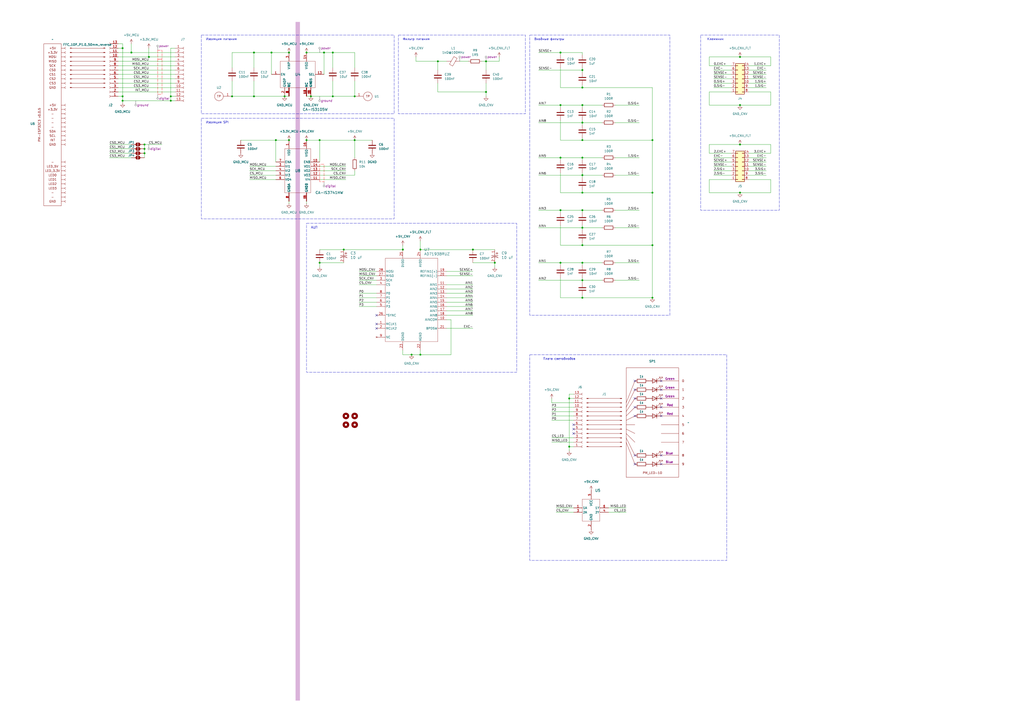
<source format=kicad_sch>
(kicad_sch (version 20250114) (generator "eeschema") (generator_version "9.0")
  (paper "A2")
  (title_block (title "${article} v${version}"))
  (rectangle (start 406.4 20.32) (end 452.12 121.92) (stroke (width 0) (type dash)))
  (rectangle (start 116.84 68.58) (end 228.6 127) (stroke (width 0) (type dash)))
  (rectangle (start 116.84 20.32) (end 228.6 66.04) (stroke (width 0) (type dash)))
  (rectangle (start 307.34 205.74) (end 421.64 325.12) (stroke (width 0) (type dash)))
  (rectangle (start 231.14 20.32) (end 304.8 66.04) (stroke (width 0) (type dash)))
  (rectangle (start 177.8 129.54) (end 299.72 215.9) (stroke (width 0) (type dash)))
  (rectangle (start 171.45 12.7) (end 173.99 406.4) (stroke (width -0.0001) (type dot) (color 72 0 0 0.68)) (fill (type color) (color 132 0 132 0.3)))
  (rectangle (start 307.34 20.32) (end 388.62 182.88) (stroke (width 0) (type dash)))
  (text "Входные фильтры" (at 309.88 22.86 0) (effects (font (size 1.27 1.27)) (justify left)))
  (text "АЦП" (at 180.34 132.08 0) (effects (font (size 1.27 1.27)) (justify left)))
  (text "Плата светодиодов" (at 314.96 208.28 0) (effects (font (size 1.27 1.27)) (justify left)))
  (text "Клеммник" (at 410.21 22.86 0) (effects (font (size 1.27 1.27)) (justify left)))
  (text "Изоляция SPI" (at 119.38 71.12 0) (effects (font (size 1.27 1.27)) (justify left)))
  (text "Фильтр питания" (at 233.68 22.86 0) (effects (font (size 1.27 1.27)) (justify left)))
  (text "Изоляция питания" (at 119.38 22.86 0) (effects (font (size 1.27 1.27)) (justify left)))
  (junction (at 325.12 121.92))
  (junction (at 238.76 205.74))
  (junction (at 185.42 152.4))
  (junction (at 337.82 142.24))
  (junction (at 167.64 30.48))
  (junction (at 337.82 101.6))
  (junction (at 337.82 121.92))
  (junction (at 99.06 55.88))
  (junction (at 187.96 30.48))
  (junction (at 134.62 55.88))
  (junction (at 76.2 30.48))
  (junction (at 71.12 58.42))
  (junction (at 86.36 33.02))
  (junction (at 337.82 111.76))
  (junction (at 177.8 81.28))
  (junction (at 185.42 81.28))
  (junction (at 325.12 60.96))
  (junction (at 205.74 81.28))
  (junction (at 99.06 58.42))
  (junction (at 337.82 162.56))
  (junction (at 330.2 259.08))
  (junction (at 165.1 55.88))
  (junction (at 337.82 91.44))
  (junction (at 177.8 30.48))
  (junction (at 287.02 152.4))
  (junction (at 193.04 55.88))
  (junction (at 254 35.56))
  (junction (at 330.2 231.14))
  (junction (at 147.32 55.88))
  (junction (at 83.82 86.36))
  (junction (at 199.39 144.78))
  (junction (at 378.46 81.28))
  (junction (at 378.46 111.76))
  (junction (at 71.12 27.94))
  (junction (at 429.26 111.76))
  (junction (at 337.82 71.12))
  (junction (at 281.94 53.34))
  (junction (at 325.12 152.4))
  (junction (at 274.32 144.78))
  (junction (at 180.34 55.88))
  (junction (at 233.68 144.78))
  (junction (at 378.46 172.72))
  (junction (at 429.26 83.82))
  (junction (at 167.64 81.28))
  (junction (at 337.82 132.08))
  (junction (at 160.02 81.28))
  (junction (at 325.12 30.48))
  (junction (at 71.12 55.88))
  (junction (at 193.04 30.48))
  (junction (at 147.32 30.48))
  (junction (at 83.82 83.82))
  (junction (at 429.26 33.02))
  (junction (at 337.82 81.28))
  (junction (at 337.82 50.8))
  (junction (at 205.74 55.88))
  (junction (at 378.46 142.24))
  (junction (at 337.82 152.4))
  (junction (at 243.84 205.74))
  (junction (at 337.82 60.96))
  (junction (at 157.48 30.48))
  (junction (at 281.94 35.56))
  (junction (at 337.82 40.64))
  (junction (at 429.26 60.96))
  (junction (at 325.12 91.44))
  (junction (at 83.82 88.9))
  (junction (at 243.84 144.78))
  (junction (at 337.82 172.72))
  (no_connect (at 383.54 269.24))
  (no_connect (at 332.74 251.46))
  (no_connect (at 368.3 231.14))
  (no_connect (at 218.44 187.96))
  (no_connect (at 383.54 220.98))
  (no_connect (at 383.54 241.3))
  (no_connect (at 368.3 236.22))
  (no_connect (at 383.54 231.14))
  (no_connect (at 383.54 226.06))
  (no_connect (at 368.3 269.24))
  (no_connect (at 332.74 246.38))
  (no_connect (at 368.3 220.98))
  (no_connect (at 218.44 182.88))
  (no_connect (at 383.54 236.22))
  (no_connect (at 332.74 248.92))
  (no_connect (at 218.44 190.5))
  (no_connect (at 383.54 264.16))
  (no_connect (at 368.3 264.16))
  (no_connect (at 368.3 241.3))
  (no_connect (at 368.3 226.06))
  (wire (pts (xy 233.68 205.74) (xy 233.68 203.2)))
  (wire (pts (xy 71.12 58.42) (xy 99.06 58.42)))
  (wire (pts (xy 434.34 96.52) (xy 444.5 96.52)))
  (wire (pts (xy 414.02 96.52) (xy 424.18 96.52)))
  (wire (pts (xy 337.82 30.48) (xy 337.82 31.75)))
  (wire (pts (xy 160.02 81.28) (xy 160.02 93.98)))
  (wire (pts (xy 337.82 132.08) (xy 349.25 132.08)))
  (wire (pts (xy 83.82 88.9) (xy 83.82 91.44)))
  (wire (pts (xy 281.94 48.26) (xy 281.94 53.34)))
  (wire (pts (xy 337.82 121.92) (xy 337.82 123.19)))
  (wire (pts (xy 411.48 111.76) (xy 411.48 104.14)))
  (wire (pts (xy 320.04 243.84) (xy 332.74 243.84)))
  (wire (pts (xy 434.34 101.6) (xy 444.5 101.6)))
  (wire (pts (xy 193.04 55.88) (xy 180.34 55.88)))
  (wire (pts (xy 337.82 91.44) (xy 337.82 92.71)))
  (wire (pts (xy 320.04 254) (xy 332.74 254)))
  (wire (pts (xy 434.34 40.64) (xy 444.5 40.64)))
  (wire (pts (xy 320.04 231.14) (xy 320.04 233.68)))
  (wire (pts (xy 147.32 46.99) (xy 147.32 55.88)))
  (wire (pts (xy 160.02 81.28) (xy 167.64 81.28)))
  (wire (pts (xy 429.26 111.76) (xy 447.04 111.76)))
  (wire (pts (xy 68.58 48.26) (xy 101.6 48.26)))
  (wire (pts (xy 199.39 144.78) (xy 233.68 144.78)))
  (wire (pts (xy 68.58 43.18) (xy 101.6 43.18)))
  (wire (pts (xy 259.08 165.1) (xy 274.32 165.1)))
  (wire (pts (xy 356.87 152.4) (xy 370.84 152.4)))
  (wire (pts (xy 71.12 55.88) (xy 71.12 58.42)))
  (wire (pts (xy 312.42 91.44) (xy 325.12 91.44)))
  (wire (pts (xy 101.6 27.94) (xy 99.06 27.94)))
  (wire (pts (xy 312.42 132.08) (xy 337.82 132.08)))
  (wire (pts (xy 325.12 30.48) (xy 337.82 30.48)))
  (wire (pts (xy 185.42 96.52) (xy 200.66 96.52)))
  (wire (pts (xy 193.04 46.99) (xy 193.04 55.88)))
  (wire (pts (xy 243.84 139.7) (xy 243.84 144.78)))
  (wire (pts (xy 332.74 259.08) (xy 330.2 259.08)))
  (wire (pts (xy 185.42 144.78) (xy 199.39 144.78)))
  (wire (pts (xy 325.12 161.29) (xy 325.12 172.72)))
  (wire (pts (xy 139.7 81.28) (xy 160.02 81.28)))
  (wire (pts (xy 325.12 60.96) (xy 325.12 62.23)))
  (wire (pts (xy 447.04 38.1) (xy 434.34 38.1)))
  (wire (pts (xy 99.06 55.88) (xy 99.06 58.42)))
  (wire (pts (xy 414.02 45.72) (xy 424.18 45.72)))
  (wire (pts (xy 287.02 152.4) (xy 287.02 154.94)))
  (wire (pts (xy 322.58 294.64) (xy 332.74 294.64)))
  (wire (pts (xy 434.34 93.98) (xy 444.5 93.98)))
  (wire (pts (xy 325.12 121.92) (xy 325.12 123.19)))
  (wire (pts (xy 320.04 238.76) (xy 332.74 238.76)))
  (wire (pts (xy 205.74 81.28) (xy 215.9 81.28)))
  (wire (pts (xy 429.26 33.02) (xy 411.48 33.02)))
  (wire (pts (xy 83.82 83.82) (xy 93.98 83.82)))
  (wire (pts (xy 208.28 170.18) (xy 218.44 170.18)))
  (wire (pts (xy 337.82 101.6) (xy 349.25 101.6)))
  (wire (pts (xy 208.28 172.72) (xy 218.44 172.72)))
  (wire (pts (xy 68.58 53.34) (xy 101.6 53.34)))
  (wire (pts (xy 177.8 81.28) (xy 185.42 81.28)))
  (wire (pts (xy 434.34 99.06) (xy 444.5 99.06)))
  (wire (pts (xy 63.5 88.9) (xy 76.2 88.9)))
  (wire (pts (xy 208.28 175.26) (xy 218.44 175.26)))
  (wire (pts (xy 160.02 104.14) (xy 144.78 104.14)))
  (wire (pts (xy 337.82 121.92) (xy 349.25 121.92)))
  (wire (pts (xy 259.08 167.64) (xy 274.32 167.64)))
  (wire (pts (xy 238.76 205.74) (xy 243.84 205.74)))
  (wire (pts (xy 254 48.26) (xy 254 53.34)))
  (wire (pts (xy 378.46 81.28) (xy 378.46 50.8)))
  (wire (pts (xy 434.34 88.9) (xy 447.04 88.9)))
  (wire (pts (xy 76.2 30.48) (xy 76.2 25.4)))
  (wire (pts (xy 320.04 233.68) (xy 332.74 233.68)))
  (wire (pts (xy 337.82 161.29) (xy 337.82 162.56)))
  (wire (pts (xy 356.87 162.56) (xy 370.84 162.56)))
  (wire (pts (xy 414.02 48.26) (xy 424.18 48.26)))
  (wire (pts (xy 444.5 43.18) (xy 434.34 43.18)))
  (wire (pts (xy 353.06 297.18) (xy 363.22 297.18)))
  (wire (pts (xy 447.04 53.34) (xy 447.04 60.96)))
  (wire (pts (xy 356.87 121.92) (xy 370.84 121.92)))
  (wire (pts (xy 312.42 121.92) (xy 325.12 121.92)))
  (wire (pts (xy 337.82 130.81) (xy 337.82 132.08)))
  (wire (pts (xy 429.26 83.82) (xy 411.48 83.82)))
  (wire (pts (xy 259.08 170.18) (xy 274.32 170.18)))
  (wire (pts (xy 322.58 297.18) (xy 332.74 297.18)))
  (wire (pts (xy 259.08 182.88) (xy 274.32 182.88)))
  (wire (pts (xy 63.5 91.44) (xy 76.2 91.44)))
  (wire (pts (xy 254 35.56) (xy 259.08 35.56)))
  (wire (pts (xy 208.28 162.56) (xy 218.44 162.56)))
  (wire (pts (xy 325.12 153.67) (xy 325.12 152.4)))
  (wire (pts (xy 259.08 175.26) (xy 274.32 175.26)))
  (wire (pts (xy 205.74 81.28) (xy 205.74 91.44)))
  (wire (pts (xy 312.42 60.96) (xy 325.12 60.96)))
  (wire (pts (xy 68.58 30.48) (xy 76.2 30.48)))
  (wire (pts (xy 101.6 55.88) (xy 99.06 55.88)))
  (wire (pts (xy 434.34 104.14) (xy 447.04 104.14)))
  (wire (pts (xy 330.2 259.08) (xy 330.2 261.62)))
  (wire (pts (xy 337.82 91.44) (xy 349.25 91.44)))
  (wire (pts (xy 185.42 101.6) (xy 205.74 101.6)))
  (wire (pts (xy 312.42 40.64) (xy 337.82 40.64)))
  (wire (pts (xy 337.82 39.37) (xy 337.82 40.64)))
  (wire (pts (xy 147.32 30.48) (xy 157.48 30.48)))
  (wire (pts (xy 259.08 177.8) (xy 274.32 177.8)))
  (wire (pts (xy 325.12 111.76) (xy 337.82 111.76)))
  (wire (pts (xy 261.62 185.42) (xy 261.62 205.74)))
  (wire (pts (xy 205.74 30.48) (xy 193.04 30.48)))
  (wire (pts (xy 187.96 30.48) (xy 177.8 30.48)))
  (wire (pts (xy 337.82 111.76) (xy 378.46 111.76)))
  (wire (pts (xy 337.82 132.08) (xy 337.82 133.35)))
  (wire (pts (xy 325.12 91.44) (xy 325.12 92.71)))
  (wire (pts (xy 99.06 58.42) (xy 101.6 58.42)))
  (wire (pts (xy 281.94 53.34) (xy 281.94 55.88)))
  (wire (pts (xy 325.12 60.96) (xy 337.82 60.96)))
  (wire (pts (xy 447.04 60.96) (xy 429.26 60.96)))
  (wire (pts (xy 281.94 35.56) (xy 281.94 40.64)))
  (wire (pts (xy 185.42 152.4) (xy 199.39 152.4)))
  (wire (pts (xy 68.58 45.72) (xy 101.6 45.72)))
  (wire (pts (xy 337.82 140.97) (xy 337.82 142.24)))
  (wire (pts (xy 337.82 69.85) (xy 337.82 71.12)))
  (wire (pts (xy 99.06 27.94) (xy 99.06 55.88)))
  (wire (pts (xy 147.32 39.37) (xy 147.32 30.48)))
  (wire (pts (xy 233.68 205.74) (xy 238.76 205.74)))
  (wire (pts (xy 325.12 121.92) (xy 337.82 121.92)))
  (wire (pts (xy 356.87 71.12) (xy 370.84 71.12)))
  (wire (pts (xy 332.74 228.6) (xy 330.2 228.6)))
  (wire (pts (xy 337.82 142.24) (xy 378.46 142.24)))
  (wire (pts (xy 320.04 236.22) (xy 332.74 236.22)))
  (wire (pts (xy 205.74 55.88) (xy 193.04 55.88)))
  (wire (pts (xy 187.96 43.18) (xy 187.96 30.48)))
  (wire (pts (xy 134.62 39.37) (xy 134.62 30.48)))
  (wire (pts (xy 160.02 96.52) (xy 144.78 96.52)))
  (wire (pts (xy 266.7 35.56) (xy 271.78 35.56)))
  (wire (pts (xy 279.4 35.56) (xy 281.94 35.56)))
  (wire (pts (xy 68.58 55.88) (xy 71.12 55.88)))
  (wire (pts (xy 259.08 180.34) (xy 274.32 180.34)))
  (wire (pts (xy 241.3 33.02) (xy 241.3 35.56)))
  (wire (pts (xy 68.58 35.56) (xy 101.6 35.56)))
  (wire (pts (xy 312.42 71.12) (xy 337.82 71.12)))
  (wire (pts (xy 330.2 231.14) (xy 330.2 259.08)))
  (wire (pts (xy 71.12 25.4) (xy 71.12 27.94)))
  (wire (pts (xy 259.08 157.48) (xy 274.32 157.48)))
  (wire (pts (xy 429.26 111.76) (xy 411.48 111.76)))
  (wire (pts (xy 68.58 27.94) (xy 71.12 27.94)))
  (wire (pts (xy 312.42 152.4) (xy 325.12 152.4)))
  (wire (pts (xy 185.42 81.28) (xy 185.42 93.98)))
  (wire (pts (xy 320.04 256.54) (xy 332.74 256.54)))
  (wire (pts (xy 325.12 30.48) (xy 325.12 31.75)))
  (wire (pts (xy 337.82 81.28) (xy 337.82 80.01)))
  (wire (pts (xy 429.26 60.96) (xy 411.48 60.96)))
  (wire (pts (xy 414.02 50.8) (xy 424.18 50.8)))
  (wire (pts (xy 185.42 104.14) (xy 200.66 104.14)))
  (wire (pts (xy 243.84 144.78) (xy 274.32 144.78)))
  (wire (pts (xy 208.28 165.1) (xy 218.44 165.1)))
  (wire (pts (xy 208.28 160.02) (xy 218.44 160.02)))
  (wire (pts (xy 325.12 172.72) (xy 337.82 172.72)))
  (wire (pts (xy 414.02 91.44) (xy 424.18 91.44)))
  (wire (pts (xy 337.82 50.8) (xy 378.46 50.8)))
  (wire (pts (xy 353.06 294.64) (xy 363.22 294.64)))
  (wire (pts (xy 274.32 152.4) (xy 287.02 152.4)))
  (wire (pts (xy 444.5 48.26) (xy 434.34 48.26)))
  (wire (pts (xy 337.82 81.28) (xy 378.46 81.28)))
  (wire (pts (xy 325.12 100.33) (xy 325.12 111.76)))
  (wire (pts (xy 312.42 30.48) (xy 325.12 30.48)))
  (wire (pts (xy 160.02 99.06) (xy 144.78 99.06)))
  (wire (pts (xy 411.48 88.9) (xy 424.18 88.9)))
  (wire (pts (xy 414.02 99.06) (xy 424.18 99.06)))
  (wire (pts (xy 86.36 27.94) (xy 86.36 33.02)))
  (wire (pts (xy 241.3 35.56) (xy 254 35.56)))
  (wire (pts (xy 447.04 83.82) (xy 429.26 83.82)))
  (wire (pts (xy 167.64 118.11) (xy 167.64 116.84)))
  (wire (pts (xy 68.58 38.1) (xy 101.6 38.1)))
  (wire (pts (xy 193.04 39.37) (xy 193.04 30.48)))
  (wire (pts (xy 185.42 99.06) (xy 200.66 99.06)))
  (wire (pts (xy 378.46 142.24) (xy 378.46 172.72)))
  (wire (pts (xy 356.87 91.44) (xy 370.84 91.44)))
  (wire (pts (xy 411.48 38.1) (xy 424.18 38.1)))
  (wire (pts (xy 414.02 40.64) (xy 424.18 40.64)))
  (wire (pts (xy 325.12 91.44) (xy 337.82 91.44)))
  (wire (pts (xy 68.58 40.64) (xy 101.6 40.64)))
  (wire (pts (xy 289.56 33.02) (xy 289.56 35.56)))
  (wire (pts (xy 414.02 101.6) (xy 424.18 101.6)))
  (wire (pts (xy 325.12 81.28) (xy 337.82 81.28)))
  (wire (pts (xy 444.5 45.72) (xy 434.34 45.72)))
  (wire (pts (xy 289.56 35.56) (xy 281.94 35.56)))
  (wire (pts (xy 208.28 177.8) (xy 218.44 177.8)))
  (wire (pts (xy 205.74 99.06) (xy 205.74 101.6)))
  (wire (pts (xy 259.08 160.02) (xy 274.32 160.02)))
  (wire (pts (xy 68.58 50.8) (xy 101.6 50.8)))
  (wire (pts (xy 208.28 157.48) (xy 218.44 157.48)))
  (wire (pts (xy 332.74 231.14) (xy 330.2 231.14)))
  (wire (pts (xy 414.02 93.98) (xy 424.18 93.98)))
  (wire (pts (xy 325.12 142.24) (xy 337.82 142.24)))
  (wire (pts (xy 83.82 86.36) (xy 83.82 88.9)))
  (wire (pts (xy 325.12 152.4) (xy 337.82 152.4)))
  (wire (pts (xy 134.62 30.48) (xy 147.32 30.48)))
  (wire (pts (xy 337.82 152.4) (xy 349.25 152.4)))
  (wire (pts (xy 337.82 162.56) (xy 349.25 162.56)))
  (wire (pts (xy 411.48 53.34) (xy 424.18 53.34)))
  (wire (pts (xy 71.12 27.94) (xy 71.12 55.88)))
  (wire (pts (xy 411.48 33.02) (xy 411.48 38.1)))
  (wire (pts (xy 325.12 130.81) (xy 325.12 142.24)))
  (wire (pts (xy 259.08 185.42) (xy 261.62 185.42)))
  (wire (pts (xy 330.2 228.6) (xy 330.2 231.14)))
  (wire (pts (xy 261.62 205.74) (xy 243.84 205.74)))
  (wire (pts (xy 447.04 53.34) (xy 434.34 53.34)))
  (wire (pts (xy 337.82 171.45) (xy 337.82 172.72)))
  (wire (pts (xy 414.02 43.18) (xy 424.18 43.18)))
  (wire (pts (xy 233.68 142.24) (xy 233.68 144.78)))
  (wire (pts (xy 411.48 60.96) (xy 411.48 53.34)))
  (wire (pts (xy 444.5 50.8) (xy 434.34 50.8)))
  (wire (pts (xy 337.82 49.53) (xy 337.82 50.8)))
  (wire (pts (xy 157.48 30.48) (xy 167.64 30.48)))
  (wire (pts (xy 193.04 30.48) (xy 187.96 30.48)))
  (wire (pts (xy 259.08 190.5) (xy 274.32 190.5)))
  (wire (pts (xy 325.12 69.85) (xy 325.12 81.28)))
  (wire (pts (xy 68.58 25.4) (xy 71.12 25.4)))
  (wire (pts (xy 205.74 39.37) (xy 205.74 30.48)))
  (wire (pts (xy 337.82 40.64) (xy 337.82 41.91)))
  (wire (pts (xy 259.08 172.72) (xy 274.32 172.72)))
  (wire (pts (xy 320.04 241.3) (xy 332.74 241.3)))
  (wire (pts (xy 144.78 101.6) (xy 160.02 101.6)))
  (wire (pts (xy 411.48 83.82) (xy 411.48 88.9)))
  (wire (pts (xy 157.48 43.18) (xy 157.48 30.48)))
  (wire (pts (xy 185.42 81.28) (xy 205.74 81.28)))
  (wire (pts (xy 254 53.34) (xy 281.94 53.34)))
  (wire (pts (xy 337.82 100.33) (xy 337.82 101.6)))
  (wire (pts (xy 447.04 33.02) (xy 429.26 33.02)))
  (wire (pts (xy 447.04 111.76) (xy 447.04 104.14)))
  (wire (pts (xy 337.82 60.96) (xy 349.25 60.96)))
  (wire (pts (xy 177.8 118.11) (xy 177.8 116.84)))
  (wire (pts (xy 325.12 50.8) (xy 337.82 50.8)))
  (wire (pts (xy 312.42 162.56) (xy 337.82 162.56)))
  (wire (pts (xy 411.48 104.14) (xy 424.18 104.14)))
  (wire (pts (xy 337.82 71.12) (xy 349.25 71.12)))
  (wire (pts (xy 147.32 55.88) (xy 165.1 55.88)))
  (wire (pts (xy 337.82 172.72) (xy 378.46 172.72)))
  (wire (pts (xy 86.36 33.02) (xy 101.6 33.02)))
  (wire (pts (xy 165.1 55.88) (xy 167.64 55.88)))
  (wire (pts (xy 337.82 162.56) (xy 337.82 163.83)))
  (wire (pts (xy 337.82 72.39) (xy 337.82 71.12)))
  (wire (pts (xy 83.82 83.82) (xy 83.82 86.36)))
  (wire (pts (xy 185.42 152.4) (xy 185.42 154.94)))
  (wire (pts (xy 71.12 58.42) (xy 71.12 59.69)))
  (wire (pts (xy 447.04 38.1) (xy 447.04 33.02)))
  (wire (pts (xy 325.12 39.37) (xy 325.12 50.8)))
  (wire (pts (xy 63.5 83.82) (xy 76.2 83.82)))
  (wire (pts (xy 356.87 60.96) (xy 370.84 60.96)))
  (wire (pts (xy 134.62 55.88) (xy 147.32 55.88)))
  (wire (pts (xy 274.32 144.78) (xy 287.02 144.78)))
  (wire (pts (xy 254 35.56) (xy 254 40.64)))
  (wire (pts (xy 447.04 83.82) (xy 447.04 88.9)))
  (wire (pts (xy 243.84 203.2) (xy 243.84 205.74)))
  (wire (pts (xy 76.2 30.48) (xy 101.6 30.48)))
  (wire (pts (xy 378.46 81.28) (xy 378.46 111.76)))
  (wire (pts (xy 337.82 60.96) (xy 337.82 62.23)))
  (wire (pts (xy 134.62 46.99) (xy 134.62 55.88)))
  (wire (pts (xy 63.5 86.36) (xy 76.2 86.36)))
  (wire (pts (xy 378.46 111.76) (xy 378.46 142.24)))
  (wire (pts (xy 177.8 55.88) (xy 180.34 55.88)))
  (wire (pts (xy 356.87 101.6) (xy 370.84 101.6)))
  (wire (pts (xy 337.82 110.49) (xy 337.82 111.76)))
  (wire (pts (xy 337.82 153.67) (xy 337.82 152.4)))
  (wire (pts (xy 205.74 46.99) (xy 205.74 55.88)))
  (wire (pts (xy 337.82 101.6) (xy 337.82 102.87)))
  (wire (pts (xy 434.34 91.44) (xy 444.5 91.44)))
  (wire (pts (xy 356.87 132.08) (xy 370.84 132.08)))
  (wire (pts (xy 86.36 33.02) (xy 68.58 33.02)))
  (wire (pts (xy 312.42 101.6) (xy 337.82 101.6)))
  (label "1.SIG-" (at 444.5 50.8 180))
  (label "CS_CNV" (at 200.66 101.6 180))
  (label "SCK_MCU" (at 86.36 40.64 180))
  (label "MOSI_CNV" (at 208.28 157.48 0))
  (label "1.SIG+" (at 444.5 48.26 180))
  (label "MISO_CNV" (at 208.28 160.02 0))
  (label "AIN1" (at 312.42 152.4 0))
  (label "SENSE-" (at 274.32 160.02 180))
  (label "3.EXC+" (at 444.5 88.9 180))
  (label "MISO_MCU" (at 86.36 38.1 180))
  (label "EXC-" (at 444.5 40.64 180))
  (label "EXC-" (at 414.02 91.44 0))
  (label "SENSE+" (at 414.02 43.18 0))
  (label "P2" (at 320.04 238.76 0))
  (label "3.SIG+" (at 370.84 152.4 180))
  (label "P0" (at 320.04 243.84 0))
  (label "1.EXC+" (at 444.5 38.1 180))
  (label "CS_MCU" (at 144.78 101.6 0))
  (label "0.SIG-" (at 370.84 71.12 180))
  (label "CS_CNV" (at 208.28 165.1 0))
  (label "AIN2" (at 274.32 167.64 180))
  (label "MISO_CNV" (at 200.66 104.14 180))
  (label "1.SIG-" (at 370.84 101.6 180))
  (label "SENSE-" (at 414.02 45.72 0))
  (label "P1" (at 320.04 241.3 0))
  (label "0.SIG+" (at 414.02 48.26 0))
  (label "AIN8" (at 274.32 182.88 180))
  (label "1.SIG+" (at 370.84 91.44 180))
  (label "EXC-" (at 444.5 91.44 180))
  (label "SENSE-" (at 414.02 96.52 0))
  (label "CS0_MCU" (at 63.5 83.82 0))
  (label "SENSE+" (at 444.5 93.98 180))
  (label "3.SIG-" (at 370.84 162.56 180))
  (label "CS_LED" (at 320.04 254 0))
  (label "2.SIG+" (at 414.02 99.06 0))
  (label "0.SIG-" (at 414.02 50.8 0))
  (label "MISO_LED" (at 320.04 256.54 0))
  (label "0.EXC+" (at 414.02 38.1 0))
  (label "MOSI_CNV" (at 200.66 96.52 180))
  (label "SCK_CNV" (at 200.66 99.06 180))
  (label "AIN6" (at 312.42 101.6 0))
  (label "2.SIG-" (at 370.84 132.08 180))
  (label "AIN5" (at 274.32 175.26 180))
  (label "P1" (at 208.28 172.72 0))
  (label "CS_MCU" (at 93.98 83.82 180))
  (label "CS2_MCU" (at 63.5 88.9 0))
  (label "AIN4" (at 312.42 132.08 0))
  (label "AIN8" (at 312.42 71.12 0))
  (label "SENSE+" (at 414.02 93.98 0))
  (label "AIN3" (at 274.32 170.18 180))
  (label "MISO_LED" (at 363.22 294.64 180))
  (label "AIN1" (at 274.32 165.1 180))
  (label "MOSI_MCU" (at 144.78 96.52 0))
  (label "2.SIG+" (at 370.84 121.92 180))
  (label "SCK_CNV" (at 208.28 162.56 0))
  (label "CS3_MCU" (at 86.36 50.8 180))
  (label "SENSE-" (at 444.5 45.72 180))
  (label "P2" (at 208.28 175.26 0))
  (label "AIN4" (at 274.32 172.72 180))
  (label "CS1_MCU" (at 63.5 86.36 0))
  (label "CS_CNV" (at 322.58 297.18 0))
  (label "CS0_MCU" (at 86.36 43.18 180))
  (label "P3" (at 208.28 177.8 0))
  (label "MOSI_MCU" (at 86.36 35.56 180))
  (label "SCK_MCU" (at 144.78 99.06 0))
  (label "AIN7" (at 312.42 60.96 0))
  (label "SENSE+" (at 312.42 30.48 0))
  (label "INT_MCU" (at 86.3266 53.34 180))
  (label "MISO_MCU" (at 144.78 104.14 0))
  (label "2.EXC+" (at 414.02 88.9 0))
  (label "0.SIG+" (at 370.84 60.96 180))
  (label "3.SIG+" (at 444.5 99.06 180))
  (label "2.SIG-" (at 414.02 101.6 0))
  (label "CS1_MCU" (at 86.36 45.72 180))
  (label "P3" (at 320.04 236.22 0))
  (label "SENSE+" (at 444.5 43.18 180))
  (label "CS3_MCU" (at 63.5 91.44 0))
  (label "AIN5" (at 312.42 91.44 0))
  (label "SENSE-" (at 444.5 96.52 180))
  (label "AIN3" (at 312.42 121.92 0))
  (label "AIN6" (at 274.32 177.8 180))
  (label "P0" (at 208.28 170.18 0))
  (label "AIN7" (at 274.32 180.34 180))
  (label "EXC-" (at 274.32 190.5 180))
  (label "SENSE-" (at 312.42 40.64 0))
  (label "SENSE+" (at 274.32 157.48 180))
  (label "CS_LED" (at 363.22 297.18 180))
  (label "MISO_CNV" (at 322.58 294.64 0))
  (label "EXC-" (at 414.02 40.64 0))
  (label "CS2_MCU" (at 86.36 48.26 180))
  (label "3.SIG-" (at 444.5 101.6 180))
  (label "AIN2" (at 312.42 162.56 0))
  (rule_area (polyline (pts (xy 91.44 34.29) (xy 91.44 54.61) (xy 93.98 54.61) (xy 93.98 34.29)) (stroke (width 0) (type dash))))
  (rule_area (polyline (pts (xy 185.42 95.25) (xy 185.42 105.41) (xy 187.96 105.41) (xy 187.96 95.25)) (stroke (width 0) (type dash))))
  (rule_area (polyline (pts (xy 91.44 29.21) (xy 91.44 34.29) (xy 93.98 34.29) (xy 93.98 29.21)) (stroke (width 0) (type dash))))
  (netclass_flag "" (length 2.54) (shape round) (at 281.94 35.56 0) (property "Netclass" "power" (at 282.6385 33.02 0) (effects (font (italic yes)) (justify left))))
  (netclass_flag "" (length 2.54) (shape round) (at 78.74 58.42 180) (property "Netclass" "ground" (at 79.4385 60.96 0) (effects (font (italic yes)) (justify left))))
  (netclass_flag "" (length 2.54) (shape round) (at 185.42 55.88 180) (property "Netclass" "ground" (at 186.1185 58.42 0) (effects (font (italic yes)) (justify left))))
  (netclass_flag "" (length 2.54) (shape round) (at 86.36 83.82 180) (property "Netclass" "digital" (at 87.0585 86.36 0) (effects (font (italic yes)) (justify left))))
  (netclass_flag "" (length 2.54) (shape round) (at 187.96 105.41 180) (property "Netclass" "digital" (at 188.6585 107.95 0) (effects (font (italic yes)) (justify left))))
  (netclass_flag "" (length 2.54) (shape round) (at 266.7 35.56 0) (property "Netclass" "power" (at 267.3985 33.02 0) (effects (font (italic yes)) (justify left))))
  (netclass_flag "" (length 2.54) (shape round) (at 185.42 30.48 0) (property "Netclass" "power" (at 186.1185 27.94 0) (effects (font (italic yes)) (justify left))))
  (netclass_flag "" (length 2.54) (shape round) (at 91.44 54.61 180) (property "Netclass" "digital" (at 92.1385 57.15 0) (effects (font (italic yes)) (justify left))))
  (netclass_flag "" (length 2.54) (shape round) (at 91.44 29.21 0) (property "Netclass" "power" (at 92.1385 26.67 0) (effects (font (italic yes)) (justify left))))
  (symbol (lib_id "kicad_inventree_lib:R_1k_0603_1%") (at 372.11 241.3 90) (unit 1) (on_board no)
    (property "Reference" "R15" (effects (hide yes)))
    (property "Value" "1k" (at 372.11 238.76 90))
    (property "Footprint" "Resistor_SMD:R_0603_1608Metric" (effects (hide yes)))
    (property "Datasheet" "http://inventree.network/part/280/" (effects (hide yes)))
    (property "Description" "Resistor" (effects (hide yes)))
    (property "part_ipn" "R_1k_0603_1%" (effects (hide yes)))
  )
  (symbol (lib_id "power:+5V") (at 429.26 83.82 0) (unit 1)
    (property "Reference" "#PWR032" (effects (hide yes)))
    (property "Value" "+5V_CNV_FLT" (at 429.26 78.74 0))
    (property "Description" "Power symbol creates a global label with name \"+5V\"" (effects (hide yes)))
  )
  (symbol (lib_id "kicad_inventree_lib:TAJA106M016RNJ") (at 199.39 144.78 270) (unit 1)
    (property "Reference" "C3" (at 203.2 146.8373 90) (effects (font (size 1.524 1.524)) (justify left)))
    (property "Value" "10 uF" (at 203.2 149.3773 90) (effects (font (size 1.524 1.524)) (justify left)))
    (property "Footprint" "kicad_inventree_lib:TAJA_AVX-M" (effects (hide yes)))
    (property "Datasheet" "TAJA106M016RNJ" (effects (hide yes)))
    (property "Description" "10uF 16V 3Ω@100kHz ±20% CASE-A-3216-18(mm) Tantalum Capacitors" (effects (hide yes)))
    (property "part_ipn" "TAJA106M016RNJ" (effects (hide yes)))
  )
  (symbol (lib_id "power:GND") (at 378.46 172.72 0) (unit 1)
    (property "Reference" "#PWR021" (effects (hide yes)))
    (property "Value" "GND_CNV" (at 378.46 177.8 0))
    (property "Description" "Power symbol creates a global label with name \"GND\" , ground" (effects (hide yes)))
  )
  (symbol (lib_id "Jumper:SolderJumper_2_Open") (at 80.01 83.82 0) (unit 1) (exclude_from_sim yes) (in_bom no)
    (property "Reference" "JP1" (at 76.2 82.55 0))
    (property "Value" "SolderJumper_2_Open" (effects (hide yes)))
    (property "Footprint" "Jumper:SolderJumper-2_P1.3mm_Open_RoundedPad1.0x1.5mm" (effects (hide yes)))
    (property "Description" "Solder Jumper, 2-pole, open" (effects (hide yes)))
  )
  (symbol (lib_id "kicad_inventree_lib:R_100R_0603_1%") (at 353.06 71.12 90) (unit 1)
    (property "Reference" "R2" (at 353.06 64.77 90))
    (property "Value" "100R" (at 353.06 67.31 90))
    (property "Footprint" "Resistor_SMD:R_0603_1608Metric" (effects (hide yes)))
    (property "Datasheet" "http://inventree.network/part/223/" (effects (hide yes)))
    (property "Description" "Resistor" (effects (hide yes)))
    (property "part_ipn" "R_100R_0603_1%" (effects (hide yes)))
  )
  (symbol (lib_id "kicad_inventree_lib:15EDGRHC-THR-3.5-14P") (at 429.26 96.52 0) (mirror x) (unit 1)
    (property "Reference" "J5" (at 429.26 107.95 0))
    (property "Value" "15EDGRHC-THR-3.5-14P" (effects (hide yes)))
    (property "Footprint" "kicad_inventree_lib:15EDGRHC-THR-3.5-14P" (effects (hide yes)))
    (property "Datasheet" "http://inventree.network/part/240/" (effects (hide yes)))
    (property "Description" "Generic connector, double row, 02x05, odd/even pin numbering scheme (row 1 odd numbers, row 2 even numbers), script generated (kicad-library-utils/schlib/autogen/connector/)" (effects (hide yes)))
    (property "part_ipn" "15EDGRHC-THR-3.5-14P" (effects (hide yes)))
  )
  (symbol (lib_id "power:GND") (at 180.34 55.88 0) (unit 1)
    (property "Reference" "#PWR019" (effects (hide yes)))
    (property "Value" "GND_CNV" (at 180.34 60.96 0))
    (property "Description" "Power symbol creates a global label with name \"GND\" , ground" (effects (hide yes)))
  )
  (symbol (lib_id "kicad_inventree_lib:C_100nF_16V_0603_MLCC-X7R") (at 215.9 85.09 180) (unit 1)
    (property "Reference" "C6" (at 219.71 83.8199 0) (effects (justify right)))
    (property "Value" "100nF" (at 219.71 86.3599 0) (effects (justify right)))
    (property "Footprint" "Capacitor_SMD:C_0603_1608Metric" (effects (hide yes)))
    (property "Datasheet" "http://inventree.network/part/221" (effects (hide yes)))
    (property "Description" "Unpolarized capacitor" (effects (hide yes)))
    (property "part_ipn" "C_100nF_16V_0603_MLCC-X7R" (effects (hide yes)))
  )
  (symbol (lib_id "kicad_inventree_lib:R_100R_0603_1%") (at 353.06 132.08 90) (unit 1)
    (property "Reference" "R6" (at 353.06 125.73 90))
    (property "Value" "100R" (at 353.06 128.27 90))
    (property "Footprint" "Resistor_SMD:R_0603_1608Metric" (effects (hide yes)))
    (property "Datasheet" "http://inventree.network/part/223/" (effects (hide yes)))
    (property "Description" "Resistor" (effects (hide yes)))
    (property "part_ipn" "R_100R_0603_1%" (effects (hide yes)))
  )
  (symbol (lib_id "kicad_inventree_lib:C_1nF_16V_0603_MLCC-X7R") (at 325.12 96.52 0) (unit 1)
    (property "Reference" "C16" (at 328.93 95.2499 0) (effects (justify left)))
    (property "Value" "1nF" (at 328.93 97.7899 0) (effects (justify left)))
    (property "Footprint" "Capacitor_SMD:C_0603_1608Metric" (effects (hide yes)))
    (property "Datasheet" "http://inventree.network/part/225/" (effects (hide yes)))
    (property "Description" "Unpolarized capacitor" (effects (hide yes)))
    (property "part_ipn" "C_1nF_16V_0603_MLCC-X7R" (effects (hide yes)))
  )
  (symbol (lib_id "power:GND") (at 429.26 60.96 0) (unit 1)
    (property "Reference" "#PWR031" (effects (hide yes)))
    (property "Value" "GND_CNV" (at 429.26 66.04 0))
    (property "Description" "Power symbol creates a global label with name \"GND\" , ground" (effects (hide yes)))
  )
  (symbol (lib_id "power:+5V") (at 205.74 81.28 0) (unit 1)
    (property "Reference" "#PWR034" (effects (hide yes)))
    (property "Value" "+5V_CNV" (at 205.74 76.2 0))
    (property "Description" "Power symbol creates a global label with name \"+5V\"" (effects (hide yes)))
  )
  (symbol (lib_id "kicad_inventree_lib:C_10nF_16V_0603_MLCC-X7R") (at 325.12 35.56 0) (unit 1)
    (property "Reference" "C19" (at 328.93 34.2899 0) (effects (justify left)))
    (property "Value" "10nF" (at 328.93 36.8299 0) (effects (justify left)))
    (property "Footprint" "Capacitor_SMD:C_0603_1608Metric" (effects (hide yes)))
    (property "Datasheet" "http://inventree.network/part/226/" (effects (hide yes)))
    (property "Description" "Unpolarized capacitor" (effects (hide yes)))
    (property "part_ipn" "C_10nF_16V_0603_MLCC-X7R" (effects (hide yes)))
  )
  (symbol (lib_id "kicad_inventree_lib:TAJA106M016RNJ") (at 287.02 144.78 270) (unit 1)
    (property "Reference" "C9" (at 290.83 146.8373 90) (effects (font (size 1.524 1.524)) (justify left)))
    (property "Value" "10 uF" (at 290.83 149.3773 90) (effects (font (size 1.524 1.524)) (justify left)))
    (property "Footprint" "kicad_inventree_lib:TAJA_AVX-M" (effects (hide yes)))
    (property "Datasheet" "TAJA106M016RNJ" (effects (hide yes)))
    (property "Description" "10uF 16V 3Ω@100kHz ±20% CASE-A-3216-18(mm) Tantalum Capacitors" (effects (hide yes)))
    (property "part_ipn" "TAJA106M016RNJ" (effects (hide yes)))
  )
  (symbol (lib_id "power:GND") (at 429.26 111.76 0) (unit 1)
    (property "Reference" "#PWR025" (effects (hide yes)))
    (property "Value" "GND_CNV" (at 429.26 116.84 0))
    (property "Description" "Power symbol creates a global label with name \"GND\" , ground" (effects (hide yes)))
  )
  (symbol (lib_id "power:GND") (at 342.9 307.34 0) (unit 1)
    (property "Reference" "#PWR036" (effects (hide yes)))
    (property "Value" "GND_CNV" (at 342.9 312.42 0))
    (property "Description" "Power symbol creates a global label with name \"GND\" , ground" (effects (hide yes)))
  )
  (symbol (lib_id "kicad_inventree_lib:C_100nF_16V_0603_MLCC-X7R") (at 134.62 43.18 0) (unit 1)
    (property "Reference" "C11" (at 138.43 41.9099 0) (effects (justify left)))
    (property "Value" "100nF" (at 138.43 44.4499 0) (effects (justify left)))
    (property "Footprint" "Capacitor_SMD:C_0603_1608Metric" (effects (hide yes)))
    (property "Datasheet" "http://inventree.network/part/221" (effects (hide yes)))
    (property "Description" "Unpolarized capacitor" (effects (hide yes)))
    (property "part_ipn" "C_100nF_16V_0603_MLCC-X7R" (effects (hide yes)))
  )
  (symbol (lib_id "kicad_inventree_lib:MountingHole_M3") (at 200.66 241.3 0) (unit 1) (exclude_from_sim yes) (in_bom no)
    (property "Reference" "H1" (effects (hide yes)))
    (property "Value" "MountingHole_M3" (effects (hide yes)))
    (property "Footprint" "kicad_inventree_lib:MountingHole_M3" (effects (hide yes)))
    (property "Description" "Mounting Hole without connection" (effects (hide yes)))
  )
  (symbol (lib_id "kicad_inventree_lib:C_10uF_16V_0805_MLCC-X7R") (at 193.04 43.18 0) (unit 1)
    (property "Reference" "C37" (at 196.85 41.9099 0) (effects (justify left)))
    (property "Value" "10uF" (at 196.85 44.4499 0) (effects (justify left)))
    (property "Footprint" "Capacitor_SMD:C_0805_2012Metric" (effects (hide yes)))
    (property "Datasheet" "http://inventree.network/part/271/" (effects (hide yes)))
    (property "Description" "Unpolarized capacitor" (effects (hide yes)))
    (property "part_ipn" "C_10uF_16V_0805_MLCC-X7R" (effects (hide yes)))
  )
  (symbol (lib_id "kicad_inventree_lib:C_100nF_16V_0603_MLCC-X7R") (at 185.42 148.59 0) (unit 1)
    (property "Reference" "C1" (at 189.23 147.3199 0) (effects (justify left)))
    (property "Value" "100nF" (at 189.23 149.8599 0) (effects (justify left)))
    (property "Footprint" "Capacitor_SMD:C_0603_1608Metric" (effects (hide yes)))
    (property "Datasheet" "http://inventree.network/part/221" (effects (hide yes)))
    (property "Description" "Unpolarized capacitor" (effects (hide yes)))
    (property "part_ipn" "C_100nF_16V_0603_MLCC-X7R" (effects (hide yes)))
  )
  (symbol (lib_id "power:GND") (at 71.12 59.69 0) (unit 1)
    (property "Reference" "#PWR028" (effects (hide yes)))
    (property "Value" "GND_MCU" (at 71.12 64.77 0))
    (property "Description" "Power symbol creates a global label with name \"GND\" , ground" (effects (hide yes)))
  )
  (symbol (lib_id "kicad_inventree_lib:C_1nF_16V_0603_MLCC-X7R") (at 337.82 76.2 0) (unit 1)
    (property "Reference" "C15" (at 341.63 74.9299 0) (effects (justify left)))
    (property "Value" "1nF" (at 341.63 77.4699 0) (effects (justify left)))
    (property "Footprint" "Capacitor_SMD:C_0603_1608Metric" (effects (hide yes)))
    (property "Datasheet" "http://inventree.network/part/225/" (effects (hide yes)))
    (property "Description" "Unpolarized capacitor" (effects (hide yes)))
    (property "part_ipn" "C_1nF_16V_0603_MLCC-X7R" (effects (hide yes)))
  )
  (symbol (lib_id "power:+5V") (at 320.04 231.14 0) (unit 1)
    (property "Reference" "#PWR030" (effects (hide yes)))
    (property "Value" "+5V_CNV" (at 320.04 226.06 0))
    (property "Description" "Power symbol creates a global label with name \"+5V\"" (effects (hide yes)))
  )
  (symbol (lib_id "kicad_inventree_lib:MountingHole_M3") (at 205.74 246.38 0) (unit 1) (exclude_from_sim yes) (in_bom no)
    (property "Reference" "H4" (effects (hide yes)))
    (property "Value" "MountingHole_M3" (effects (hide yes)))
    (property "Footprint" "kicad_inventree_lib:MountingHole_M3" (effects (hide yes)))
    (property "Description" "Mounting Hole without connection" (effects (hide yes)))
  )
  (symbol (lib_id "kicad_inventree_lib:R_100R_0603_1%") (at 353.06 101.6 90) (unit 1)
    (property "Reference" "R4" (at 353.06 95.25 90))
    (property "Value" "100R" (at 353.06 97.79 90))
    (property "Footprint" "Resistor_SMD:R_0603_1608Metric" (effects (hide yes)))
    (property "Datasheet" "http://inventree.network/part/223/" (effects (hide yes)))
    (property "Description" "Resistor" (effects (hide yes)))
    (property "part_ipn" "R_100R_0603_1%" (effects (hide yes)))
  )
  (symbol (lib_id "kicad_inventree_lib:XL-1606SURC") (at 379.73 236.22 180) (unit 1) (on_board no)
    (property "Reference" "D4" (effects (hide yes)))
    (property "Value" "XL-1606SURC" (effects (hide yes)))
    (property "Footprint" "kicad_inventree_lib:XL-1606" (effects (hide yes)))
    (property "Datasheet" "http://inventree.network/part/279/" (effects (hide yes)))
    (property "Description" "Red" (at 388.62 234.95 0))
    (property "part_ipn" "XL-1606SURC" (effects (hide yes)))
  )
  (symbol (lib_id "kicad_inventree_lib:C_10nF_16V_0603_MLCC-X7R") (at 337.82 66.04 0) (unit 1)
    (property "Reference" "C14" (at 341.63 64.7699 0) (effects (justify left)))
    (property "Value" "10nF" (at 341.63 67.3099 0) (effects (justify left)))
    (property "Footprint" "Capacitor_SMD:C_0603_1608Metric" (effects (hide yes)))
    (property "Datasheet" "http://inventree.network/part/226/" (effects (hide yes)))
    (property "Description" "Unpolarized capacitor" (effects (hide yes)))
    (property "part_ipn" "C_10nF_16V_0603_MLCC-X7R" (effects (hide yes)))
  )
  (symbol (lib_id "kicad_inventree_lib:AFA07-S12FCC-00") (at 106.68 38.1 0) (unit 1)
    (property "Reference" "J7" (at 106.045 22.86 0))
    (property "Value" "AFA07-S12FCC-00" (effects (hide yes)))
    (property "Footprint" "kicad_inventree_lib:CONN10_AFA07-S12_JUS" (effects (hide yes)))
    (property "Description" "Generic connector, single row, 01x10, script generated" (effects (hide yes)))
    (property "part_ipn" "AFA07-S12FCC-00" (effects (hide yes)))
  )
  (symbol (lib_id "kicad_inventree_lib:XL-1606SURC") (at 379.73 241.3 180) (unit 1) (on_board no)
    (property "Reference" "D5" (effects (hide yes)))
    (property "Value" "XL-1606SURC" (effects (hide yes)))
    (property "Footprint" "kicad_inventree_lib:XL-1606" (effects (hide yes)))
    (property "Datasheet" "http://inventree.network/part/279/" (effects (hide yes)))
    (property "Description" "Red" (at 388.62 240.03 0))
    (property "part_ipn" "XL-1606SURC" (effects (hide yes)))
  )
  (symbol (lib_id "power:+5V") (at 177.8 30.48 0) (unit 1)
    (property "Reference" "#PWR018" (effects (hide yes)))
    (property "Value" "+5V_CNV" (at 177.8 25.4 0))
    (property "Description" "Power symbol creates a global label with name \"+5V\"" (effects (hide yes)))
  )
  (symbol (lib_id "power:GND") (at 215.9 88.9 0) (unit 1)
    (property "Reference" "#PWR033" (effects (hide yes)))
    (property "Value" "DGND" (at 215.9 93.98 0))
    (property "Description" "Power symbol creates a global label with name \"GND\" , ground" (effects (hide yes)))
  )
  (symbol (lib_id "kicad_inventree_lib:R_100R_0603_1%") (at 353.06 152.4 90) (unit 1)
    (property "Reference" "R7" (at 353.06 146.05 90))
    (property "Value" "100R" (at 353.06 148.59 90))
    (property "Footprint" "Resistor_SMD:R_0603_1608Metric" (effects (hide yes)))
    (property "Datasheet" "http://inventree.network/part/223/" (effects (hide yes)))
    (property "Description" "Resistor" (effects (hide yes)))
    (property "part_ipn" "R_100R_0603_1%" (effects (hide yes)))
  )
  (symbol (lib_id "kicad_inventree_lib:C_1nF_16V_0603_MLCC-X7R") (at 325.12 127 0) (unit 1)
    (property "Reference" "C25" (at 328.93 125.7299 0) (effects (justify left)))
    (property "Value" "1nF" (at 328.93 128.2699 0) (effects (justify left)))
    (property "Footprint" "Capacitor_SMD:C_0603_1608Metric" (effects (hide yes)))
    (property "Datasheet" "http://inventree.network/part/225/" (effects (hide yes)))
    (property "Description" "Unpolarized capacitor" (effects (hide yes)))
    (property "part_ipn" "C_1nF_16V_0603_MLCC-X7R" (effects (hide yes)))
  )
  (symbol (lib_id "kicad_inventree_lib:XL-1606UBC") (at 379.73 269.24 180) (unit 1) (on_board no)
    (property "Reference" "D18" (effects (hide yes)))
    (property "Value" "XL-1606UBC" (effects (hide yes)))
    (property "Footprint" "kicad_inventree_lib:XL-1606" (effects (hide yes)))
    (property "Datasheet" "http://inventree.network/part/277/" (effects (hide yes)))
    (property "Description" "Blue" (at 386.08 267.97 0) (effects (justify right)))
    (property "part_ipn" "XL-1606UBC" (effects (hide yes)))
  )
  (symbol (lib_id "kicad_inventree_lib:C_100nF_16V_0603_MLCC-X7R") (at 205.74 43.18 0) (unit 1)
    (property "Reference" "C38" (at 209.55 41.9099 0) (effects (justify left)))
    (property "Value" "100nF" (at 209.55 44.4499 0) (effects (justify left)))
    (property "Footprint" "Capacitor_SMD:C_0603_1608Metric" (effects (hide yes)))
    (property "Datasheet" "http://inventree.network/part/221" (effects (hide yes)))
    (property "Description" "Unpolarized capacitor" (effects (hide yes)))
    (property "part_ipn" "C_100nF_16V_0603_MLCC-X7R" (effects (hide yes)))
  )
  (symbol (lib_id "kicad_inventree_lib:FFC_12P_P1.0_100mm_straight") (at 350.52 228.6 0) (unit 1) (on_board no)
    (property "Reference" "J1" (at 350.52 228.6 0))
    (property "Value" "FFC_12P_P1.0_100mm_straight" (effects (hide yes)))
    (property "Datasheet" "http://inventree.network/part/291/" (effects (hide yes)))
    (property "Description" "FFC 12pin 100mm" (effects (hide yes)))
    (property "part_ipn" "FFC_12P_P1.0_100mm_straight" (effects (hide yes)))
  )
  (symbol (lib_id "kicad_inventree_lib:FB_300mΩ_1kΩ@100MHz_1206") (at 262.89 35.56 270) (unit 1)
    (property "Reference" "L1" (at 262.9408 27.94 90))
    (property "Value" "1kΩ@100MHz" (at 262.9408 30.48 90))
    (property "Footprint" "Inductor_SMD:L_1206_3216Metric_Pad1.42x1.75mm_HandSolder" (effects (hide yes)))
    (property "Datasheet" "http://inventree.network/part/93/" (effects (hide yes)))
    (property "Description" "Ferrite bead" (effects (hide yes)))
    (property "part_ipn" "FB_300mΩ_1kΩ@100MHz_1206" (effects (hide yes)))
  )
  (symbol (lib_id "power:GND") (at 167.64 118.11 0) (unit 1)
    (property "Reference" "#PWR02" (effects (hide yes)))
    (property "Value" "GND_MCU" (at 167.64 123.19 0))
    (property "Description" "Power symbol creates a global label with name \"GND\" , ground" (effects (hide yes)))
  )
  (symbol (lib_id "kicad_inventree_lib:C_100nF_16V_0603_MLCC-X7R") (at 139.7 85.09 0) (unit 1)
    (property "Reference" "C5" (at 143.51 83.8199 0) (effects (justify left)))
    (property "Value" "100nF" (at 143.51 86.3599 0) (effects (justify left)))
    (property "Footprint" "Capacitor_SMD:C_0603_1608Metric" (effects (hide yes)))
    (property "Datasheet" "http://inventree.network/part/221" (effects (hide yes)))
    (property "Description" "Unpolarized capacitor" (effects (hide yes)))
    (property "part_ipn" "C_100nF_16V_0603_MLCC-X7R" (effects (hide yes)))
  )
  (symbol (lib_id "kicad_inventree_lib:FFC_10P_P1.0_50mm_reverse") (at 50.8 25.4 0) (mirror y) (unit 1) (on_board no)
    (property "Reference" "J3" (effects (hide yes)))
    (property "Value" "FFC_10P_P1.0_50mm_reverse" (at 64.77 25.908 0) (effects (justify left)))
    (property "Datasheet" "http://inventree.network/part/171/" (effects (hide yes)))
    (property "part_ipn" "FFC_10P_P1.0_50mm_reverse" (effects (hide yes)))
  )
  (symbol (lib_id "kicad_inventree_lib:R_1k_0603_1%") (at 372.11 264.16 90) (unit 1) (on_board no)
    (property "Reference" "R17" (effects (hide yes)))
    (property "Value" "1k" (at 372.11 261.62 90))
    (property "Footprint" "Resistor_SMD:R_0603_1608Metric" (effects (hide yes)))
    (property "Datasheet" "http://inventree.network/part/280/" (effects (hide yes)))
    (property "Description" "Resistor" (effects (hide yes)))
    (property "part_ipn" "R_1k_0603_1%" (effects (hide yes)))
  )
  (symbol (lib_id "kicad_inventree_lib:AFA07-S12FCC-00") (at 337.82 248.92 0) (mirror x) (unit 1)
    (property "Reference" "J6" (at 335.28 224.536 0) (effects (justify left)))
    (property "Value" "AFA07-S12FCC-00" (effects (hide yes)))
    (property "Footprint" "kicad_inventree_lib:CONN10_AFA07-S12_JUS" (effects (hide yes)))
    (property "Description" "Generic connector, single row, 01x10, script generated" (effects (hide yes)))
    (property "part_ipn" "AFA07-S12FCC-00" (effects (hide yes)))
  )
  (symbol (lib_id "power:+5V") (at 289.56 33.02 0) (unit 1)
    (property "Reference" "#PWR027" (effects (hide yes)))
    (property "Value" "+5V_CNV_FLT" (at 289.56 27.94 0))
    (property "Description" "Power symbol creates a global label with name \"+5V\"" (effects (hide yes)))
  )
  (symbol (lib_id "kicad_inventree_lib: C_1uF_16V_0603_MLCC-X7R ") (at 337.82 35.56 0) (unit 1)
    (property "Reference" "C20" (at 341.63 34.2899 0) (effects (justify left)))
    (property "Value" "1uF" (at 341.63 36.8299 0) (effects (justify left)))
    (property "Footprint" "Capacitor_SMD:C_0603_1608Metric" (effects (hide yes)))
    (property "Datasheet" "http://inventree.network/part/227/" (effects (hide yes)))
    (property "Description" "Unpolarized capacitor" (effects (hide yes)))
    (property "part_ipn" " C_1uF_16V_0603_MLCC-X7R " (effects (hide yes)))
  )
  (symbol (lib_id "power:+5V") (at 243.84 139.7 0) (unit 1)
    (property "Reference" "#PWR09" (effects (hide yes)))
    (property "Value" "+5V_CNV_FLT" (at 243.84 134.62 0))
    (property "Description" "Power symbol creates a global label with name \"+5V\"" (effects (hide yes)))
  )
  (symbol (lib_id "power:+5V") (at 167.64 81.28 0) (unit 1)
    (property "Reference" "#PWR01" (effects (hide yes)))
    (property "Value" "+3.3V_MCU" (at 167.64 76.2 0))
    (property "Description" "Power symbol creates a global label with name \"+5V\"" (effects (hide yes)))
  )
  (symbol (lib_id "power:GND") (at 281.94 55.88 0) (unit 1)
    (property "Reference" "#PWR026" (effects (hide yes)))
    (property "Value" "GND_CNV" (at 281.94 60.96 0))
    (property "Description" "Power symbol creates a global label with name \"GND\" , ground" (effects (hide yes)))
  )
  (symbol (lib_id "kicad_inventree_lib:R_100R_0603_1%") (at 353.06 60.96 90) (unit 1)
    (property "Reference" "R1" (at 353.06 54.61 90))
    (property "Value" "100R" (at 353.06 57.15 90))
    (property "Footprint" "Resistor_SMD:R_0603_1608Metric" (effects (hide yes)))
    (property "Datasheet" "http://inventree.network/part/223/" (effects (hide yes)))
    (property "Description" "Resistor" (effects (hide yes)))
    (property "part_ipn" "R_100R_0603_1%" (effects (hide yes)))
  )
  (symbol (lib_id "kicad_inventree_lib:5117") (at 134.62 55.88 180) (unit 1)
    (property "Reference" "U2" (at 127 50.8 0))
    (property "Value" "5117" (effects (hide yes)))
    (property "Footprint" "kicad_inventree_lib:5117" (effects (hide yes)))
    (property "Datasheet" "http://inventree.network/part/282/" (effects (hide yes)))
    (property "Description" "KEYSTONE - 5117 - TEST POINT, PCB, BLUE, THROUGH HOLE" (effects (hide yes)))
    (property "part_ipn" "Keystone_5117" (effects (hide yes)))
  )
  (symbol (lib_id "power:+5V") (at 86.36 27.94 0) (unit 1)
    (property "Reference" "#PWR04" (effects (hide yes)))
    (property "Value" "+3.3V_MCU" (at 86.36 22.86 0))
    (property "Description" "Power symbol creates a global label with name \"+5V\"" (effects (hide yes)))
  )
  (symbol (lib_id "kicad_inventree_lib:MountingHole_M3") (at 200.66 246.38 0) (unit 1) (exclude_from_sim yes) (in_bom no)
    (property "Reference" "H2" (effects (hide yes)))
    (property "Value" "MountingHole_M3" (effects (hide yes)))
    (property "Footprint" "kicad_inventree_lib:MountingHole_M3" (effects (hide yes)))
    (property "Description" "Mounting Hole without connection" (effects (hide yes)))
  )
  (symbol (lib_id "kicad_inventree_lib:CA-IS3741HW") (at 172.72 86.36 0) (unit 1)
    (property "Reference" "U8" (at 172.72 99.06 0) (effects (font (size 1.524 1.524))))
    (property "Value" "CA-IS3741HW" (at 182.88 111.76 0) (effects (font (size 1.524 1.524)) (justify left)))
    (property "Footprint" "kicad_inventree_lib:SOIC16-WBW_CLG-M" (effects (hide yes)))
    (property "Datasheet" "http://inventree.network/part/203/" (effects (hide yes)))
    (property "part_ipn" "CA-IS3741HW" (effects (hide yes)))
  )
  (symbol (lib_id "kicad_inventree_lib:C_1nF_16V_0603_MLCC-X7R") (at 337.82 106.68 0) (unit 1)
    (property "Reference" "C18" (at 341.63 105.4099 0) (effects (justify left)))
    (property "Value" "1nF" (at 341.63 107.9499 0) (effects (justify left)))
    (property "Footprint" "Capacitor_SMD:C_0603_1608Metric" (effects (hide yes)))
    (property "Datasheet" "http://inventree.network/part/225/" (effects (hide yes)))
    (property "Description" "Unpolarized capacitor" (effects (hide yes)))
    (property "part_ipn" "C_1nF_16V_0603_MLCC-X7R" (effects (hide yes)))
  )
  (symbol (lib_id "kicad_inventree_lib:R_1R5_0603_1%") (at 275.59 35.56 90) (unit 1)
    (property "Reference" "R9" (at 275.59 29.21 90))
    (property "Value" "1R5" (at 275.59 31.75 90))
    (property "Footprint" "Resistor_SMD:R_0603_1608Metric" (effects (hide yes)))
    (property "Datasheet" "http://inventree.network/part/224/" (effects (hide yes)))
    (property "Description" "Resistor" (effects (hide yes)))
    (property "part_ipn" "R_1R5_0603_1%" (effects (hide yes)))
  )
  (symbol (lib_id "kicad_inventree_lib:C_1nF_16V_0603_MLCC-X7R") (at 337.82 167.64 0) (unit 1)
    (property "Reference" "C30" (at 341.63 166.3699 0) (effects (justify left)))
    (property "Value" "1nF" (at 341.63 168.9099 0) (effects (justify left)))
    (property "Footprint" "Capacitor_SMD:C_0603_1608Metric" (effects (hide yes)))
    (property "Datasheet" "http://inventree.network/part/225/" (effects (hide yes)))
    (property "Description" "Unpolarized capacitor" (effects (hide yes)))
    (property "part_ipn" "C_1nF_16V_0603_MLCC-X7R" (effects (hide yes)))
  )
  (symbol (lib_id "power:GND") (at 330.2 261.62 0) (unit 1)
    (property "Reference" "#PWR029" (effects (hide yes)))
    (property "Value" "GND_CNV" (at 330.2 266.7 0))
    (property "Description" "Power symbol creates a global label with name \"GND\" , ground" (effects (hide yes)))
  )
  (symbol (lib_id "kicad_inventree_lib:C_100nF_16V_0603_MLCC-X7R") (at 254 44.45 0) (unit 1)
    (property "Reference" "C39" (at 257.81 43.1799 0) (effects (justify left)))
    (property "Value" "100nF" (at 257.81 45.7199 0) (effects (justify left)))
    (property "Footprint" "Capacitor_SMD:C_0603_1608Metric" (effects (hide yes)))
    (property "Datasheet" "http://inventree.network/part/221" (effects (hide yes)))
    (property "Description" "Unpolarized capacitor" (effects (hide yes)))
    (property "part_ipn" "C_100nF_16V_0603_MLCC-X7R" (effects (hide yes)))
  )
  (symbol (lib_id "power:+5V") (at 76.2 25.4 0) (unit 1)
    (property "Reference" "#PWR023" (effects (hide yes)))
    (property "Value" "+5V_MCU" (at 76.2 20.32 0))
    (property "Description" "Power symbol creates a global label with name \"+5V\"" (effects (hide yes)))
  )
  (symbol (lib_id "kicad_inventree_lib:C_100nF_16V_0603_MLCC-X7R") (at 274.32 148.59 0) (unit 1)
    (property "Reference" "C7" (at 278.13 147.3199 0) (effects (justify left)))
    (property "Value" "100nF" (at 278.13 149.8599 0) (effects (justify left)))
    (property "Footprint" "Capacitor_SMD:C_0603_1608Metric" (effects (hide yes)))
    (property "Datasheet" "http://inventree.network/part/221" (effects (hide yes)))
    (property "Description" "Unpolarized capacitor" (effects (hide yes)))
    (property "part_ipn" "C_100nF_16V_0603_MLCC-X7R" (effects (hide yes)))
  )
  (symbol (lib_id "kicad_inventree_lib:R_100R_0603_1%") (at 353.06 91.44 90) (unit 1)
    (property "Reference" "R3" (at 353.06 85.09 90))
    (property "Value" "100R" (at 353.06 87.63 90))
    (property "Footprint" "Resistor_SMD:R_0603_1608Metric" (effects (hide yes)))
    (property "Datasheet" "http://inventree.network/part/223/" (effects (hide yes)))
    (property "Description" "Resistor" (effects (hide yes)))
    (property "part_ipn" "R_100R_0603_1%" (effects (hide yes)))
  )
  (symbol (lib_id "kicad_inventree_lib:C_10nF_16V_0603_MLCC-X7R") (at 337.82 157.48 0) (unit 1)
    (property "Reference" "C29" (at 341.63 156.2099 0) (effects (justify left)))
    (property "Value" "10nF" (at 341.63 158.7499 0) (effects (justify left)))
    (property "Footprint" "Capacitor_SMD:C_0603_1608Metric" (effects (hide yes)))
    (property "Datasheet" "http://inventree.network/part/226/" (effects (hide yes)))
    (property "Description" "Unpolarized capacitor" (effects (hide yes)))
    (property "part_ipn" "C_10nF_16V_0603_MLCC-X7R" (effects (hide yes)))
  )
  (symbol (lib_id "kicad_inventree_lib:R_100R_0603_1%") (at 353.06 162.56 90) (unit 1)
    (property "Reference" "R8" (at 353.06 156.21 90))
    (property "Value" "100R" (at 353.06 158.75 90))
    (property "Footprint" "Resistor_SMD:R_0603_1608Metric" (effects (hide yes)))
    (property "Datasheet" "http://inventree.network/part/223/" (effects (hide yes)))
    (property "Description" "Resistor" (effects (hide yes)))
    (property "part_ipn" "R_100R_0603_1%" (effects (hide yes)))
  )
  (symbol (lib_id "Jumper:SolderJumper_2_Open") (at 80.01 86.36 0) (unit 1) (exclude_from_sim yes) (in_bom no)
    (property "Reference" "JP2" (at 76.2 85.09 0))
    (property "Value" "SolderJumper_2_Open" (effects (hide yes)))
    (property "Footprint" "Jumper:SolderJumper-2_P1.3mm_Open_RoundedPad1.0x1.5mm" (effects (hide yes)))
    (property "Description" "Solder Jumper, 2-pole, open" (effects (hide yes)))
  )
  (symbol (lib_id "kicad_inventree_lib:C_1nF_16V_0603_MLCC-X7R") (at 337.82 137.16 0) (unit 1)
    (property "Reference" "C27" (at 341.63 135.8899 0) (effects (justify left)))
    (property "Value" "1nF" (at 341.63 138.4299 0) (effects (justify left)))
    (property "Footprint" "Capacitor_SMD:C_0603_1608Metric" (effects (hide yes)))
    (property "Datasheet" "http://inventree.network/part/225/" (effects (hide yes)))
    (property "Description" "Unpolarized capacitor" (effects (hide yes)))
    (property "part_ipn" "C_1nF_16V_0603_MLCC-X7R" (effects (hide yes)))
  )
  (symbol (lib_id "kicad_inventree_lib:C_1nF_16V_0603_MLCC-X7R") (at 325.12 66.04 0) (unit 1)
    (property "Reference" "C13" (at 328.93 64.7699 0) (effects (justify left)))
    (property "Value" "1nF" (at 328.93 67.3099 0) (effects (justify left)))
    (property "Footprint" "Capacitor_SMD:C_0603_1608Metric" (effects (hide yes)))
    (property "Datasheet" "http://inventree.network/part/225/" (effects (hide yes)))
    (property "Description" "Unpolarized capacitor" (effects (hide yes)))
    (property "part_ipn" "C_1nF_16V_0603_MLCC-X7R" (effects (hide yes)))
  )
  (symbol (lib_id "kicad_inventree_lib:SN74LVC2G14DBVR") (at 342.9 289.56 0) (unit 1)
    (property "Reference" "U5" (at 345.0941 284.48 0) (effects (font (size 1.524 1.524)) (justify left)))
    (property "Value" "SN74LVC2G14DBVR" (effects (hide yes)))
    (property "Footprint" "kicad_inventree_lib:DBV6-M" (effects (hide yes)))
    (property "Datasheet" "http://inventree.network/part/216/" (effects (hide yes)))
    (property "part_ipn" "SN74LVC2G14DBVR" (effects (hide yes)))
  )
  (symbol (lib_id "kicad_inventree_lib:AD7193BRUZ") (at 238.76 149.86 0) (unit 1)
    (property "Reference" "U7" (at 245.9833 144.78 0) (effects (font (size 1.524 1.524)) (justify left)))
    (property "Value" "AD7193BRUZ" (at 245.9833 147.32 0) (effects (font (size 1.524 1.524)) (justify left)))
    (property "Footprint" "kicad_inventree_lib:RU_28_ADI" (effects (hide yes)))
    (property "Datasheet" "http://inventree.network/part/272/" (effects (hide yes)))
    (property "part_ipn" "AD7193BRUZ" (effects (hide yes)))
  )
  (symbol (lib_id "kicad_inventree_lib:R_10k_0603_1%") (at 205.74 95.25 0) (unit 1)
    (property "Reference" "R11" (at 208.28 93.9799 0) (effects (justify left)))
    (property "Value" "10k" (at 208.28 96.5199 0) (effects (justify left)))
    (property "Footprint" "Resistor_SMD:R_0603_1608Metric" (effects (hide yes)))
    (property "Datasheet" "http://inventree.network/part/222/" (effects (hide yes)))
    (property "Description" "Resistor" (effects (hide yes)))
    (property "part_ipn" "R_10k_0603_1%" (effects (hide yes)))
  )
  (symbol (lib_id "kicad_inventree_lib:PM_LED-10-v0.0.1") (at 378.46 213.36 0) (unit 1)
    (property "Reference" "SP1" (at 378.46 209.55 0))
    (property "Value" "~" (at 398.78 245.11 0) (effects (justify left)))
    (property "Footprint" "kicad_inventree_lib:PM_LED-xx-v0.0.1" (effects (hide yes)))
    (property "part_ipn" "PM_LED-10-v0.0.1" (effects (hide yes)))
  )
  (symbol (lib_id "Jumper:SolderJumper_2_Open") (at 80.01 88.9 0) (unit 1) (exclude_from_sim yes) (in_bom no)
    (property "Reference" "JP3" (at 76.2 87.63 0))
    (property "Value" "SolderJumper_2_Open" (effects (hide yes)))
    (property "Footprint" "Jumper:SolderJumper-2_P1.3mm_Open_RoundedPad1.0x1.5mm" (effects (hide yes)))
    (property "Description" "Solder Jumper, 2-pole, open" (effects (hide yes)))
  )
  (symbol (lib_id "power:GND") (at 238.76 205.74 0) (unit 1)
    (property "Reference" "#PWR010" (effects (hide yes)))
    (property "Value" "GND_CNV" (at 238.76 210.82 0))
    (property "Description" "Power symbol creates a global label with name \"GND\" , ground" (effects (hide yes)))
  )
  (symbol (lib_id "kicad_inventree_lib:XL-1606SYGC") (at 379.73 220.98 180) (unit 1) (on_board no)
    (property "Reference" "D1" (effects (hide yes)))
    (property "Value" "XL-1606SYGC" (effects (hide yes)))
    (property "Footprint" "kicad_inventree_lib:XL-1606" (effects (hide yes)))
    (property "Datasheet" "http://inventree.network/part/278/" (effects (hide yes)))
    (property "Description" "Green" (at 388.62 219.71 0))
    (property "part_ipn" "XL-1606SYGC" (effects (hide yes)))
  )
  (symbol (lib_id "kicad_inventree_lib:C_10uF_16V_0805_MLCC-X7R") (at 147.32 43.18 0) (unit 1)
    (property "Reference" "C12" (at 151.13 41.9099 0) (effects (justify left)))
    (property "Value" "10uF" (at 151.13 44.4499 0) (effects (justify left)))
    (property "Footprint" "Capacitor_SMD:C_0805_2012Metric" (effects (hide yes)))
    (property "Datasheet" "http://inventree.network/part/271/" (effects (hide yes)))
    (property "Description" "Unpolarized capacitor" (effects (hide yes)))
    (property "part_ipn" "C_10uF_16V_0805_MLCC-X7R" (effects (hide yes)))
  )
  (symbol (lib_id "kicad_inventree_lib:MountingHole_M3") (at 205.74 241.3 0) (unit 1) (exclude_from_sim yes) (in_bom no)
    (property "Reference" "H3" (effects (hide yes)))
    (property "Value" "MountingHole_M3" (effects (hide yes)))
    (property "Footprint" "kicad_inventree_lib:MountingHole_M3" (effects (hide yes)))
    (property "Description" "Mounting Hole without connection" (effects (hide yes)))
  )
  (symbol (lib_id "power:GND") (at 287.02 154.94 0) (unit 1)
    (property "Reference" "#PWR012" (effects (hide yes)))
    (property "Value" "GND_CNV" (at 287.02 160.02 0))
    (property "Description" "Power symbol creates a global label with name \"GND\" , ground" (effects (hide yes)))
  )
  (symbol (lib_id "kicad_inventree_lib:R_1k_0603_1%") (at 372.11 220.98 90) (unit 1) (on_board no)
    (property "Reference" "R10" (effects (hide yes)))
    (property "Value" "1k" (at 372.11 218.44 90))
    (property "Footprint" "Resistor_SMD:R_0603_1608Metric" (effects (hide yes)))
    (property "Datasheet" "http://inventree.network/part/280/" (effects (hide yes)))
    (property "Description" "Resistor" (effects (hide yes)))
    (property "part_ipn" "R_1k_0603_1%" (effects (hide yes)))
  )
  (symbol (lib_id "kicad_inventree_lib:C_10nF_16V_0603_MLCC-X7R") (at 337.82 45.72 0) (unit 1)
    (property "Reference" "C21" (at 341.63 44.4499 0) (effects (justify left)))
    (property "Value" "10nF" (at 341.63 46.9899 0) (effects (justify left)))
    (property "Footprint" "Capacitor_SMD:C_0603_1608Metric" (effects (hide yes)))
    (property "Datasheet" "http://inventree.network/part/226/" (effects (hide yes)))
    (property "Description" "Unpolarized capacitor" (effects (hide yes)))
    (property "part_ipn" "C_10nF_16V_0603_MLCC-X7R" (effects (hide yes)))
  )
  (symbol (lib_id "power:+5V") (at 342.9 284.48 0) (unit 1)
    (property "Reference" "#PWR037" (effects (hide yes)))
    (property "Value" "+5V_CNV" (at 342.9 279.4 0))
    (property "Description" "Power symbol creates a global label with name \"+5V\"" (effects (hide yes)))
  )
  (symbol (lib_id "kicad_inventree_lib:R_1k_0603_1%") (at 372.11 231.14 90) (unit 1) (on_board no)
    (property "Reference" "R13" (effects (hide yes)))
    (property "Value" "1k" (at 372.11 228.6 90))
    (property "Footprint" "Resistor_SMD:R_0603_1608Metric" (effects (hide yes)))
    (property "Datasheet" "http://inventree.network/part/280/" (effects (hide yes)))
    (property "Description" "Resistor" (effects (hide yes)))
    (property "part_ipn" "R_1k_0603_1%" (effects (hide yes)))
  )
  (symbol (lib_id "power:+5V") (at 177.8 81.28 0) (unit 1)
    (property "Reference" "#PWR07" (effects (hide yes)))
    (property "Value" "+5V_CNV" (at 177.8 76.2 0))
    (property "Description" "Power symbol creates a global label with name \"+5V\"" (effects (hide yes)))
  )
  (symbol (lib_id "kicad_inventree_lib:R_100R_0603_1%") (at 353.06 121.92 90) (unit 1)
    (property "Reference" "R5" (at 353.06 115.57 90))
    (property "Value" "100R" (at 353.06 118.11 90))
    (property "Footprint" "Resistor_SMD:R_0603_1608Metric" (effects (hide yes)))
    (property "Datasheet" "http://inventree.network/part/223/" (effects (hide yes)))
    (property "Description" "Resistor" (effects (hide yes)))
    (property "part_ipn" "R_100R_0603_1%" (effects (hide yes)))
  )
  (symbol (lib_id "power:GND") (at 165.1 55.88 0) (unit 1)
    (property "Reference" "#PWR016" (effects (hide yes)))
    (property "Value" "GND_MCU" (at 165.1 60.96 0))
    (property "Description" "Power symbol creates a global label with name \"GND\" , ground" (effects (hide yes)))
  )
  (symbol (lib_id "kicad_inventree_lib:C_1nF_16V_0603_MLCC-X7R") (at 325.12 157.48 0) (unit 1)
    (property "Reference" "C28" (at 328.93 156.2099 0) (effects (justify left)))
    (property "Value" "1nF" (at 328.93 158.7499 0) (effects (justify left)))
    (property "Footprint" "Capacitor_SMD:C_0603_1608Metric" (effects (hide yes)))
    (property "Datasheet" "http://inventree.network/part/225/" (effects (hide yes)))
    (property "Description" "Unpolarized capacitor" (effects (hide yes)))
    (property "part_ipn" "C_1nF_16V_0603_MLCC-X7R" (effects (hide yes)))
  )
  (symbol (lib_id "kicad_inventree_lib:C_10nF_16V_0603_MLCC-X7R") (at 337.82 96.52 0) (unit 1)
    (property "Reference" "C17" (at 341.63 95.2499 0) (effects (justify left)))
    (property "Value" "10nF" (at 341.63 97.7899 0) (effects (justify left)))
    (property "Footprint" "Capacitor_SMD:C_0603_1608Metric" (effects (hide yes)))
    (property "Datasheet" "http://inventree.network/part/226/" (effects (hide yes)))
    (property "Description" "Unpolarized capacitor" (effects (hide yes)))
    (property "part_ipn" "C_10nF_16V_0603_MLCC-X7R" (effects (hide yes)))
  )
  (symbol (lib_id "kicad_inventree_lib:R_1k_0603_1%") (at 372.11 236.22 90) (unit 1) (on_board no)
    (property "Reference" "R14" (effects (hide yes)))
    (property "Value" "1k" (at 372.11 233.68 90))
    (property "Footprint" "Resistor_SMD:R_0603_1608Metric" (effects (hide yes)))
    (property "Datasheet" "http://inventree.network/part/280/" (effects (hide yes)))
    (property "Description" "Resistor" (effects (hide yes)))
    (property "part_ipn" "R_1k_0603_1%" (effects (hide yes)))
  )
  (symbol (lib_id "kicad_inventree_lib:CA-IS3105W") (at 172.72 35.56 0) (unit 1)
    (property "Reference" "U4" (at 172.72 43.18 0) (effects (font (size 1.524 1.524))))
    (property "Value" "CA-IS3105W" (at 182.88 63.5 0) (effects (font (size 1.524 1.524))))
    (property "Footprint" "kicad_inventree_lib:SOIC16-WBW_CLG-M" (effects (hide yes)))
    (property "Datasheet" "http://inventree.network/part/205/" (effects (hide yes)))
    (property "part_ipn" "CA-IS3105W" (effects (hide yes)))
  )
  (symbol (lib_id "kicad_inventree_lib:R_1k_0603_1%") (at 372.11 269.24 90) (unit 1) (on_board no)
    (property "Reference" "R16" (effects (hide yes)))
    (property "Value" "1k" (at 372.11 266.7 90))
    (property "Footprint" "Resistor_SMD:R_0603_1608Metric" (effects (hide yes)))
    (property "Datasheet" "http://inventree.network/part/280/" (effects (hide yes)))
    (property "Description" "Resistor" (effects (hide yes)))
    (property "part_ipn" "R_1k_0603_1%" (effects (hide yes)))
  )
  (symbol (lib_id "kicad_inventree_lib:AFA07-S12FCC-00") (at 63.5 45.72 180) (unit 1)
    (property "Reference" "J2" (at 64.135 60.96 0))
    (property "Value" "AFA07-S12FCC-00" (effects (hide yes)))
    (property "Footprint" "kicad_inventree_lib:CONN10_AFA07-S12_JUS" (effects (hide yes)))
    (property "Description" "Generic connector, single row, 01x10, script generated" (effects (hide yes)))
    (property "part_ipn" "AFA07-S12FCC-00" (effects (hide yes)))
  )
  (symbol (lib_id "kicad_inventree_lib:R_1k_0603_1%") (at 372.11 226.06 90) (unit 1) (on_board no)
    (property "Reference" "R12" (effects (hide yes)))
    (property "Value" "1k" (at 372.11 223.52 90))
    (property "Footprint" "Resistor_SMD:R_0603_1608Metric" (effects (hide yes)))
    (property "Datasheet" "http://inventree.network/part/280/" (effects (hide yes)))
    (property "Description" "Resistor" (effects (hide yes)))
    (property "part_ipn" "R_1k_0603_1%" (effects (hide yes)))
  )
  (symbol (lib_id "power:+5V") (at 167.64 30.48 0) (unit 1)
    (property "Reference" "#PWR017" (effects (hide yes)))
    (property "Value" "+5V_MCU" (at 167.64 25.4 0))
    (property "Description" "Power symbol creates a global label with name \"+5V\"" (effects (hide yes)))
  )
  (symbol (lib_id "kicad_inventree_lib:XL-1606SYGC") (at 379.73 231.14 180) (unit 1) (on_board no)
    (property "Reference" "D3" (effects (hide yes)))
    (property "Value" "XL-1606SYGC" (effects (hide yes)))
    (property "Footprint" "kicad_inventree_lib:XL-1606" (effects (hide yes)))
    (property "Datasheet" "http://inventree.network/part/278/" (effects (hide yes)))
    (property "Description" "Green" (at 388.62 229.87 0))
    (property "part_ipn" "XL-1606SYGC" (effects (hide yes)))
  )
  (symbol (lib_id "power:GND") (at 177.8 118.11 0) (unit 1)
    (property "Reference" "#PWR08" (effects (hide yes)))
    (property "Value" "GND_CNV" (at 177.8 123.19 0))
    (property "Description" "Power symbol creates a global label with name \"GND\" , ground" (effects (hide yes)))
  )
  (symbol (lib_id "kicad_inventree_lib:5117") (at 205.74 55.88 0) (unit 1)
    (property "Reference" "U1" (at 217.17 55.8799 0) (effects (justify left)))
    (property "Value" "5117" (effects (hide yes)))
    (property "Footprint" "kicad_inventree_lib:5117" (effects (hide yes)))
    (property "Datasheet" "http://inventree.network/part/282/" (effects (hide yes)))
    (property "Description" "KEYSTONE - 5117 - TEST POINT, PCB, BLUE, THROUGH HOLE" (effects (hide yes)))
    (property "part_ipn" "Keystone_5117" (effects (hide yes)))
  )
  (symbol (lib_id "kicad_inventree_lib:C_10nF_16V_0603_MLCC-X7R") (at 337.82 127 0) (unit 1)
    (property "Reference" "C26" (at 341.63 125.7299 0) (effects (justify left)))
    (property "Value" "10nF" (at 341.63 128.2699 0) (effects (justify left)))
    (property "Footprint" "Capacitor_SMD:C_0603_1608Metric" (effects (hide yes)))
    (property "Datasheet" "http://inventree.network/part/226/" (effects (hide yes)))
    (property "Description" "Unpolarized capacitor" (effects (hide yes)))
    (property "part_ipn" "C_10nF_16V_0603_MLCC-X7R" (effects (hide yes)))
  )
  (symbol (lib_id "power:+5V") (at 233.68 142.24 0) (unit 1)
    (property "Reference" "#PWR03" (effects (hide yes)))
    (property "Value" "+5V_CNV" (at 233.68 137.16 0))
    (property "Description" "Power symbol creates a global label with name \"+5V\"" (effects (hide yes)))
  )
  (symbol (lib_id "kicad_inventree_lib:15EDGRHC-THR-3.5-14P") (at 429.26 45.72 0) (mirror x) (unit 1)
    (property "Reference" "J4" (at 429.26 57.15 0))
    (property "Value" "15EDGRHC-THR-3.5-14P" (effects (hide yes)))
    (property "Footprint" "kicad_inventree_lib:15EDGRHC-THR-3.5-14P" (effects (hide yes)))
    (property "Datasheet" "http://inventree.network/part/240/" (effects (hide yes)))
    (property "Description" "Generic connector, double row, 02x05, odd/even pin numbering scheme (row 1 odd numbers, row 2 even numbers), script generated (kicad-library-utils/schlib/autogen/connector/)" (effects (hide yes)))
    (property "part_ipn" "15EDGRHC-THR-3.5-14P" (effects (hide yes)))
  )
  (symbol (lib_id "kicad_inventree_lib:XL-1606SYGC") (at 379.73 226.06 180) (unit 1) (on_board no)
    (property "Reference" "D2" (effects (hide yes)))
    (property "Value" "XL-1606SYGC" (effects (hide yes)))
    (property "Footprint" "kicad_inventree_lib:XL-1606" (effects (hide yes)))
    (property "Datasheet" "http://inventree.network/part/278/" (effects (hide yes)))
    (property "Description" "Green" (at 388.62 224.79 0))
    (property "part_ipn" "XL-1606SYGC" (effects (hide yes)))
  )
  (symbol (lib_id "power:GND") (at 139.7 88.9 0) (unit 1)
    (property "Reference" "#PWR035" (effects (hide yes)))
    (property "Value" "GND_MCU" (at 139.7 93.98 0))
    (property "Description" "Power symbol creates a global label with name \"GND\" , ground" (effects (hide yes)))
  )
  (symbol (lib_id "power:+5V") (at 241.3 33.02 0) (unit 1)
    (property "Reference" "#PWR022" (effects (hide yes)))
    (property "Value" "+5V_CNV" (at 241.3 27.94 0))
    (property "Description" "Power symbol creates a global label with name \"+5V\"" (effects (hide yes)))
  )
  (symbol (lib_id "power:+5V") (at 429.26 33.02 0) (unit 1)
    (property "Reference" "#PWR024" (effects (hide yes)))
    (property "Value" "+5V_CNV_FLT" (at 429.26 27.94 0))
    (property "Description" "Power symbol creates a global label with name \"+5V\"" (effects (hide yes)))
  )
  (symbol (lib_id "kicad_inventree_lib:XL-1606UBC") (at 379.73 264.16 180) (unit 1) (on_board no)
    (property "Reference" "D17" (effects (hide yes)))
    (property "Value" "XL-1606UBC" (effects (hide yes)))
    (property "Footprint" "kicad_inventree_lib:XL-1606" (effects (hide yes)))
    (property "Datasheet" "http://inventree.network/part/277/" (effects (hide yes)))
    (property "Description" "Blue" (at 386.08 262.89 0) (effects (justify right)))
    (property "part_ipn" "XL-1606UBC" (effects (hide yes)))
  )
  (symbol (lib_id "kicad_inventree_lib:PM-ESP32C3_v0.0.5") (at 30.48 22.86 0) (mirror y) (unit 1) (in_bom no)
    (property "Reference" "U6" (at 20.32 71.7549 0) (effects (justify left)))
    (property "Value" "~" (at 30.48 22.86 0))
    (property "Footprint" "kicad_inventree_lib:PM-ESP32C3_v0.0.5" (effects (hide yes)))
    (property "part_ipn" "PM_MCU-ESP32_C3-v0.0.5" (effects (hide yes)))
  )
  (symbol (lib_id "Jumper:SolderJumper_2_Open") (at 80.01 91.44 0) (unit 1) (exclude_from_sim yes) (in_bom no)
    (property "Reference" "JP4" (at 76.2 90.17 0))
    (property "Value" "SolderJumper_2_Open" (effects (hide yes)))
    (property "Footprint" "Jumper:SolderJumper-2_P1.3mm_Open_RoundedPad1.0x1.5mm" (effects (hide yes)))
    (property "Description" "Solder Jumper, 2-pole, open" (effects (hide yes)))
  )
  (symbol (lib_id "kicad_inventree_lib:C_100nF_16V_0603_MLCC-X7R") (at 281.94 44.45 0) (unit 1)
    (property "Reference" "C40" (at 285.75 43.1799 0) (effects (justify left)))
    (property "Value" "100nF" (at 285.75 45.7199 0) (effects (justify left)))
    (property "Footprint" "Capacitor_SMD:C_0603_1608Metric" (effects (hide yes)))
    (property "Datasheet" "http://inventree.network/part/221" (effects (hide yes)))
    (property "Description" "Unpolarized capacitor" (effects (hide yes)))
    (property "part_ipn" "C_100nF_16V_0603_MLCC-X7R" (effects (hide yes)))
  )
  (symbol (lib_id "power:GND") (at 185.42 154.94 0) (unit 1)
    (property "Reference" "#PWR011" (effects (hide yes)))
    (property "Value" "GND_CNV" (at 185.42 160.02 0))
    (property "Description" "Power symbol creates a global label with name \"GND\" , ground" (effects (hide yes)))
  )
)
</source>
